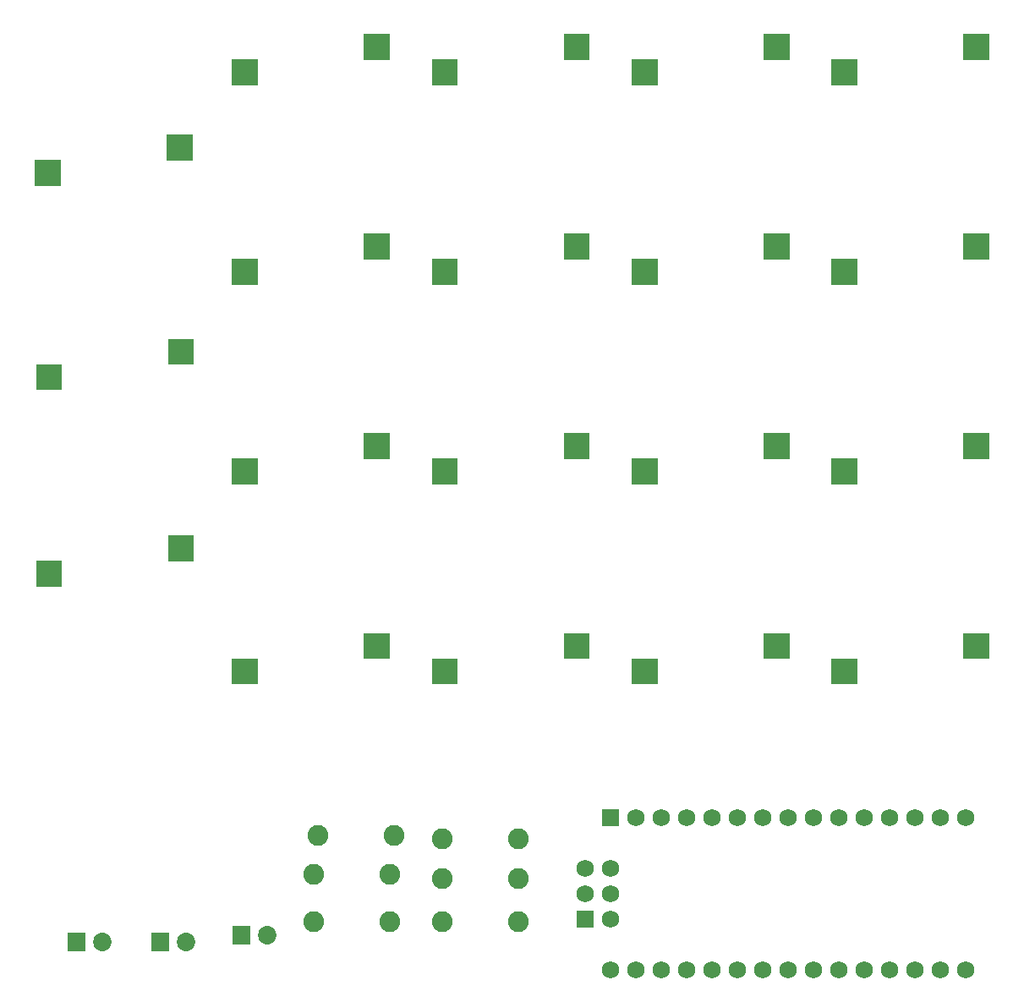
<source format=gbs>
G04 Layer: BottomSolderMaskLayer*
G04 EasyEDA v6.4.14, 2021-01-27T18:33:08+00:00*
G04 23e06626385a4a67b6d4a1ad3893387d,b188a025bfda474f93bca2756d95531f,10*
G04 Gerber Generator version 0.2*
G04 Scale: 100 percent, Rotated: No, Reflected: No *
G04 Dimensions in millimeters *
G04 leading zeros omitted , absolute positions ,4 integer and 5 decimal *
%FSLAX45Y45*%
%MOMM*%

%ADD21C,2.0828*%
%ADD23C,1.8542*%
%ADD24R,1.7272X1.7272*%
%ADD25C,1.7272*%

%LPD*%
D21*
G01*
X4254500Y1567200D03*
G01*
X5016500Y1567200D03*
G01*
X4254500Y1173500D03*
G01*
X5016500Y1173500D03*
G01*
X4254500Y741700D03*
G01*
X5016500Y741700D03*
G01*
X3733800Y741700D03*
G01*
X2971800Y741700D03*
G01*
X2971800Y1211600D03*
G01*
X3733800Y1211600D03*
G01*
X3771900Y1605300D03*
G01*
X3009900Y1605300D03*
G36*
X3474211Y9367540D02*
G01*
X3474211Y9627636D01*
X3734561Y9627636D01*
X3734561Y9367540D01*
G37*
G36*
X2154174Y9113540D02*
G01*
X2154174Y9373890D01*
X2414524Y9373890D01*
X2414524Y9113540D01*
G37*
G36*
X3474211Y7367544D02*
G01*
X3474211Y7627640D01*
X3734561Y7627640D01*
X3734561Y7367544D01*
G37*
G36*
X2154174Y7113544D02*
G01*
X2154174Y7373894D01*
X2414524Y7373894D01*
X2414524Y7113544D01*
G37*
G36*
X3474211Y5367548D02*
G01*
X3474211Y5627644D01*
X3734561Y5627644D01*
X3734561Y5367548D01*
G37*
G36*
X2154174Y5113548D02*
G01*
X2154174Y5373644D01*
X2414524Y5373644D01*
X2414524Y5113548D01*
G37*
G36*
X3474211Y3367552D02*
G01*
X3474211Y3627648D01*
X3734561Y3627648D01*
X3734561Y3367552D01*
G37*
G36*
X2154174Y3113552D02*
G01*
X2154174Y3373648D01*
X2414524Y3373648D01*
X2414524Y3113552D01*
G37*
G36*
X5474208Y9367540D02*
G01*
X5474208Y9627636D01*
X5734558Y9627636D01*
X5734558Y9367540D01*
G37*
G36*
X4154170Y9113540D02*
G01*
X4154170Y9373890D01*
X4414520Y9373890D01*
X4414520Y9113540D01*
G37*
G36*
X5474208Y7367544D02*
G01*
X5474208Y7627640D01*
X5734558Y7627640D01*
X5734558Y7367544D01*
G37*
G36*
X4154170Y7113544D02*
G01*
X4154170Y7373894D01*
X4414520Y7373894D01*
X4414520Y7113544D01*
G37*
G36*
X5474208Y5367548D02*
G01*
X5474208Y5627644D01*
X5734558Y5627644D01*
X5734558Y5367548D01*
G37*
G36*
X4154170Y5113548D02*
G01*
X4154170Y5373644D01*
X4414520Y5373644D01*
X4414520Y5113548D01*
G37*
G36*
X5474208Y3367552D02*
G01*
X5474208Y3627648D01*
X5734558Y3627648D01*
X5734558Y3367552D01*
G37*
G36*
X4154170Y3113552D02*
G01*
X4154170Y3373648D01*
X4414520Y3373648D01*
X4414520Y3113552D01*
G37*
G36*
X7474204Y9367540D02*
G01*
X7474204Y9627636D01*
X7734554Y9627636D01*
X7734554Y9367540D01*
G37*
G36*
X6154165Y9113540D02*
G01*
X6154165Y9373890D01*
X6414515Y9373890D01*
X6414515Y9113540D01*
G37*
G36*
X7474204Y7367544D02*
G01*
X7474204Y7627640D01*
X7734554Y7627640D01*
X7734554Y7367544D01*
G37*
G36*
X6154165Y7113544D02*
G01*
X6154165Y7373894D01*
X6414515Y7373894D01*
X6414515Y7113544D01*
G37*
G36*
X7474204Y5367548D02*
G01*
X7474204Y5627644D01*
X7734554Y5627644D01*
X7734554Y5367548D01*
G37*
G36*
X6154165Y5113548D02*
G01*
X6154165Y5373644D01*
X6414515Y5373644D01*
X6414515Y5113548D01*
G37*
G36*
X7474204Y3367552D02*
G01*
X7474204Y3627648D01*
X7734554Y3627648D01*
X7734554Y3367552D01*
G37*
G36*
X6154165Y3113552D02*
G01*
X6154165Y3373648D01*
X6414515Y3373648D01*
X6414515Y3113552D01*
G37*
G36*
X9474200Y9367540D02*
G01*
X9474200Y9627636D01*
X9734550Y9627636D01*
X9734550Y9367540D01*
G37*
G36*
X8154161Y9113540D02*
G01*
X8154161Y9373890D01*
X8414511Y9373890D01*
X8414511Y9113540D01*
G37*
G36*
X9474200Y7367544D02*
G01*
X9474200Y7627640D01*
X9734550Y7627640D01*
X9734550Y7367544D01*
G37*
G36*
X8154161Y7113544D02*
G01*
X8154161Y7373894D01*
X8414511Y7373894D01*
X8414511Y7113544D01*
G37*
G36*
X9474200Y5367548D02*
G01*
X9474200Y5627644D01*
X9734550Y5627644D01*
X9734550Y5367548D01*
G37*
G36*
X8154161Y5113548D02*
G01*
X8154161Y5373644D01*
X8414511Y5373644D01*
X8414511Y5113548D01*
G37*
G36*
X9474200Y3367552D02*
G01*
X9474200Y3627648D01*
X9734550Y3627648D01*
X9734550Y3367552D01*
G37*
G36*
X8154161Y3113552D02*
G01*
X8154161Y3373648D01*
X8414511Y3373648D01*
X8414511Y3113552D01*
G37*
G36*
X1498600Y8358652D02*
G01*
X1498600Y8618748D01*
X1758950Y8618748D01*
X1758950Y8358652D01*
G37*
G36*
X178562Y8104652D02*
G01*
X178562Y8364748D01*
X438912Y8364748D01*
X438912Y8104652D01*
G37*
G36*
X1511300Y6313952D02*
G01*
X1511300Y6574048D01*
X1771650Y6574048D01*
X1771650Y6313952D01*
G37*
G36*
X191262Y6059952D02*
G01*
X191262Y6320048D01*
X451612Y6320048D01*
X451612Y6059952D01*
G37*
G36*
X1511300Y4345452D02*
G01*
X1511300Y4605548D01*
X1771650Y4605548D01*
X1771650Y4345452D01*
G37*
G36*
X191262Y4091452D02*
G01*
X191262Y4351548D01*
X451612Y4351548D01*
X451612Y4091452D01*
G37*
G36*
X504189Y445790D02*
G01*
X504189Y631210D01*
X689610Y631210D01*
X689610Y445790D01*
G37*
D23*
G01*
X850900Y538500D03*
G36*
X1342389Y445790D02*
G01*
X1342389Y631210D01*
X1527810Y631210D01*
X1527810Y445790D01*
G37*
G01*
X1689100Y538500D03*
G36*
X2155190Y509290D02*
G01*
X2155190Y694710D01*
X2340609Y694710D01*
X2340609Y509290D01*
G37*
G01*
X2501900Y602000D03*
D24*
G01*
X5943854Y1782846D03*
D25*
G01*
X6197854Y1782846D03*
G01*
X6451600Y1783100D03*
G01*
X6705600Y1783100D03*
G01*
X6959600Y1783100D03*
G01*
X7213600Y1783100D03*
G01*
X7467600Y1783100D03*
G01*
X7721600Y1783100D03*
G01*
X7975600Y1783100D03*
G01*
X8229600Y1783100D03*
G01*
X8483600Y1783100D03*
G01*
X8737600Y1783100D03*
G01*
X8991600Y1783100D03*
G01*
X9245600Y1783100D03*
G01*
X9499600Y1783100D03*
G01*
X9499600Y259100D03*
G01*
X9245600Y259100D03*
G01*
X8991600Y259100D03*
G01*
X8737600Y259100D03*
G01*
X8483600Y259100D03*
G01*
X8229600Y259100D03*
G01*
X7975600Y259100D03*
G01*
X7721600Y259100D03*
G01*
X7467600Y259100D03*
G01*
X7213600Y259100D03*
G01*
X6959600Y259100D03*
G01*
X6705600Y259100D03*
G01*
X6451600Y259100D03*
G01*
X6197600Y259100D03*
G01*
X5943600Y259100D03*
D24*
G01*
X5689854Y766846D03*
D25*
G01*
X5689600Y1021100D03*
G01*
X5689600Y1275100D03*
G01*
X5943600Y1275100D03*
G01*
X5943600Y1021100D03*
G01*
X5943600Y767100D03*
M02*

</source>
